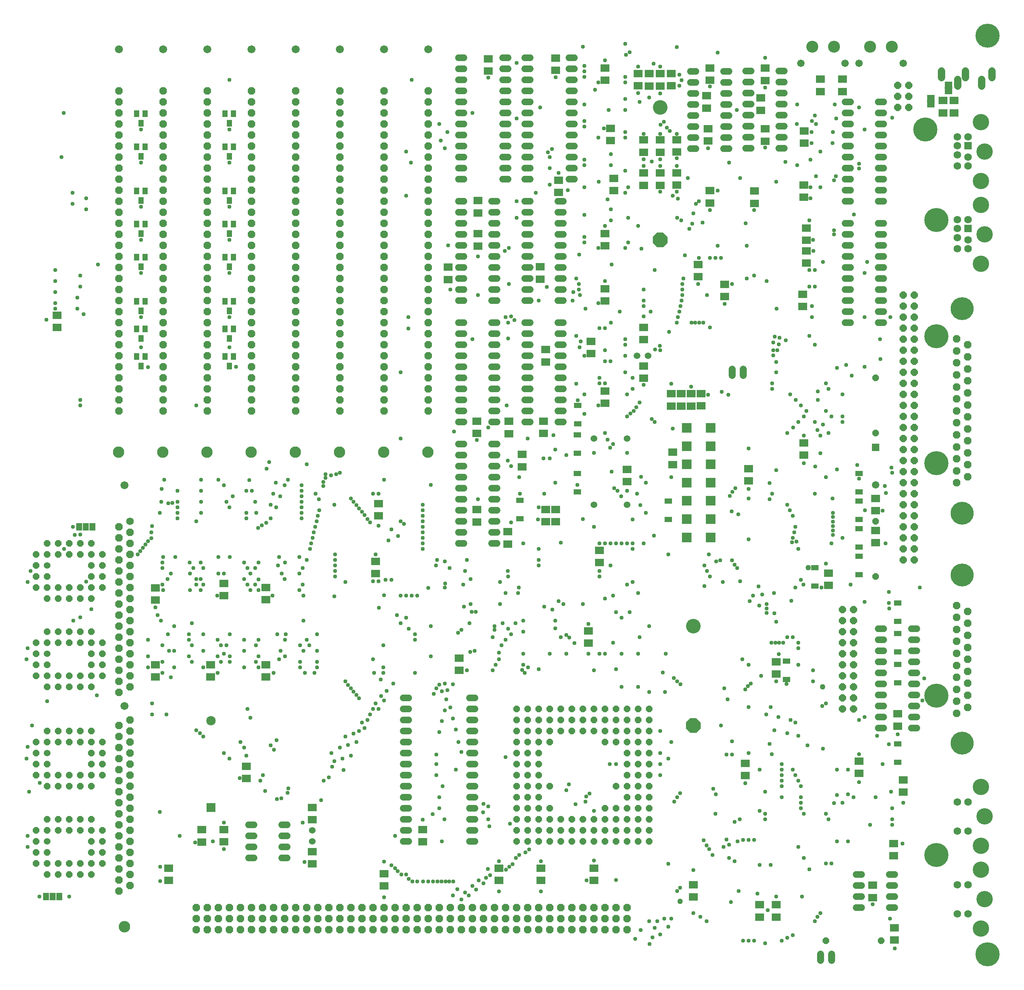
<source format=gbs>
G04 EAGLE Gerber RS-274X export*
G75*
%MOMM*%
%FSLAX34Y34*%
%LPD*%
%INSoldermask Bottom*%
%IPPOS*%
%AMOC8*
5,1,8,0,0,1.08239X$1,22.5*%
G01*
%ADD10C,1.703200*%
%ADD11P,1.869504X8X112.500000*%
%ADD12C,2.616200*%
%ADD13C,1.828800*%
%ADD14R,1.203200X1.603200*%
%ADD15R,2.006200X1.803200*%
%ADD16C,1.727200*%
%ADD17C,2.641600*%
%ADD18C,1.524000*%
%ADD19P,1.649562X8X202.500000*%
%ADD20C,1.524000*%
%ADD21R,2.003200X1.803200*%
%ADD22P,1.759533X8X292.500000*%
%ADD23P,1.759533X8X112.500000*%
%ADD24R,1.803200X1.203200*%
%ADD25C,2.153200*%
%ADD26R,2.153200X2.153200*%
%ADD27P,1.869504X8X292.500000*%
%ADD28C,5.283200*%
%ADD29P,1.649562X8X22.500000*%
%ADD30P,1.649562X8X292.500000*%
%ADD31R,1.711200X1.711200*%
%ADD32C,1.711200*%
%ADD33P,1.649562X8X112.500000*%
%ADD34R,2.303200X2.303200*%
%ADD35C,3.352800*%
%ADD36P,3.629037X8X292.500000*%
%ADD37C,2.743200*%
%ADD38C,1.625600*%
%ADD39C,5.537200*%
%ADD40R,1.803400X1.371600*%
%ADD41R,1.828800X0.152400*%
%ADD42C,1.711200*%
%ADD43R,1.371600X1.803400*%
%ADD44C,3.759200*%
%ADD45R,1.727200X1.727200*%
%ADD46C,0.959600*%
%ADD47C,1.259600*%


D10*
X1930400Y2108200D03*
X2032000Y2108200D03*
X1898650Y2108200D03*
X1797050Y2108200D03*
D11*
X939800Y2044700D03*
X939800Y2019300D03*
X939800Y1993900D03*
X939800Y1968500D03*
X939800Y1943100D03*
X939800Y1917700D03*
X939800Y1892300D03*
X939800Y1866900D03*
X939800Y1841500D03*
X939800Y1816100D03*
X939800Y1790700D03*
X939800Y1765300D03*
X939800Y1739900D03*
X939800Y1714500D03*
X939800Y1689100D03*
X939800Y1663700D03*
X939800Y1638300D03*
X939800Y1612900D03*
X939800Y1587500D03*
X939800Y1562100D03*
X939800Y1536700D03*
X939800Y1511300D03*
X939800Y1485900D03*
X939800Y1460500D03*
X939800Y1435100D03*
X939800Y1409700D03*
X939800Y1384300D03*
X939800Y1358900D03*
X939800Y1333500D03*
X939800Y1308100D03*
D12*
X939546Y1212850D03*
D13*
X939800Y2139950D03*
D11*
X838200Y2044700D03*
X838200Y2019300D03*
X838200Y1993900D03*
X838200Y1968500D03*
X838200Y1943100D03*
X838200Y1917700D03*
X838200Y1892300D03*
X838200Y1866900D03*
X838200Y1841500D03*
X838200Y1816100D03*
X838200Y1790700D03*
X838200Y1765300D03*
X838200Y1739900D03*
X838200Y1714500D03*
X838200Y1689100D03*
X838200Y1663700D03*
X838200Y1638300D03*
X838200Y1612900D03*
X838200Y1587500D03*
X838200Y1562100D03*
X838200Y1536700D03*
X838200Y1511300D03*
X838200Y1485900D03*
X838200Y1460500D03*
X838200Y1435100D03*
X838200Y1409700D03*
X838200Y1384300D03*
X838200Y1358900D03*
X838200Y1333500D03*
X838200Y1308100D03*
D12*
X837946Y1212850D03*
D13*
X838200Y2139950D03*
D11*
X736600Y2044700D03*
X736600Y2019300D03*
X736600Y1993900D03*
X736600Y1968500D03*
X736600Y1943100D03*
X736600Y1917700D03*
X736600Y1892300D03*
X736600Y1866900D03*
X736600Y1841500D03*
X736600Y1816100D03*
X736600Y1790700D03*
X736600Y1765300D03*
X736600Y1739900D03*
X736600Y1714500D03*
X736600Y1689100D03*
X736600Y1663700D03*
X736600Y1638300D03*
X736600Y1612900D03*
X736600Y1587500D03*
X736600Y1562100D03*
X736600Y1536700D03*
X736600Y1511300D03*
X736600Y1485900D03*
X736600Y1460500D03*
X736600Y1435100D03*
X736600Y1409700D03*
X736600Y1384300D03*
X736600Y1358900D03*
X736600Y1333500D03*
X736600Y1308100D03*
D12*
X736346Y1212850D03*
D13*
X736600Y2139950D03*
D11*
X635000Y2044700D03*
X635000Y2019300D03*
X635000Y1993900D03*
X635000Y1968500D03*
X635000Y1943100D03*
X635000Y1917700D03*
X635000Y1892300D03*
X635000Y1866900D03*
X635000Y1841500D03*
X635000Y1816100D03*
X635000Y1790700D03*
X635000Y1765300D03*
X635000Y1739900D03*
X635000Y1714500D03*
X635000Y1689100D03*
X635000Y1663700D03*
X635000Y1638300D03*
X635000Y1612900D03*
X635000Y1587500D03*
X635000Y1562100D03*
X635000Y1536700D03*
X635000Y1511300D03*
X635000Y1485900D03*
X635000Y1460500D03*
X635000Y1435100D03*
X635000Y1409700D03*
X635000Y1384300D03*
X635000Y1358900D03*
X635000Y1333500D03*
X635000Y1308100D03*
D12*
X634746Y1212850D03*
D13*
X635000Y2139950D03*
D11*
X533400Y2044700D03*
X533400Y2019300D03*
X533400Y1993900D03*
X533400Y1968500D03*
X533400Y1943100D03*
X533400Y1917700D03*
X533400Y1892300D03*
X533400Y1866900D03*
X533400Y1841500D03*
X533400Y1816100D03*
X533400Y1790700D03*
X533400Y1765300D03*
X533400Y1739900D03*
X533400Y1714500D03*
X533400Y1689100D03*
X533400Y1663700D03*
X533400Y1638300D03*
X533400Y1612900D03*
X533400Y1587500D03*
X533400Y1562100D03*
X533400Y1536700D03*
X533400Y1511300D03*
X533400Y1485900D03*
X533400Y1460500D03*
X533400Y1435100D03*
X533400Y1409700D03*
X533400Y1384300D03*
X533400Y1358900D03*
X533400Y1333500D03*
X533400Y1308100D03*
D12*
X533146Y1212850D03*
D13*
X533400Y2139950D03*
D11*
X431800Y2044700D03*
X431800Y2019300D03*
X431800Y1993900D03*
X431800Y1968500D03*
X431800Y1943100D03*
X431800Y1917700D03*
X431800Y1892300D03*
X431800Y1866900D03*
X431800Y1841500D03*
X431800Y1816100D03*
X431800Y1790700D03*
X431800Y1765300D03*
X431800Y1739900D03*
X431800Y1714500D03*
X431800Y1689100D03*
X431800Y1663700D03*
X431800Y1638300D03*
X431800Y1612900D03*
X431800Y1587500D03*
X431800Y1562100D03*
X431800Y1536700D03*
X431800Y1511300D03*
X431800Y1485900D03*
X431800Y1460500D03*
X431800Y1435100D03*
X431800Y1409700D03*
X431800Y1384300D03*
X431800Y1358900D03*
X431800Y1333500D03*
X431800Y1308100D03*
D12*
X431546Y1212850D03*
D13*
X431800Y2139950D03*
D11*
X330200Y2044700D03*
X330200Y2019300D03*
X330200Y1993900D03*
X330200Y1968500D03*
X330200Y1943100D03*
X330200Y1917700D03*
X330200Y1892300D03*
X330200Y1866900D03*
X330200Y1841500D03*
X330200Y1816100D03*
X330200Y1790700D03*
X330200Y1765300D03*
X330200Y1739900D03*
X330200Y1714500D03*
X330200Y1689100D03*
X330200Y1663700D03*
X330200Y1638300D03*
X330200Y1612900D03*
X330200Y1587500D03*
X330200Y1562100D03*
X330200Y1536700D03*
X330200Y1511300D03*
X330200Y1485900D03*
X330200Y1460500D03*
X330200Y1435100D03*
X330200Y1409700D03*
X330200Y1384300D03*
X330200Y1358900D03*
X330200Y1333500D03*
X330200Y1308100D03*
D12*
X329946Y1212850D03*
D13*
X330200Y2139950D03*
D11*
X228600Y2044700D03*
X228600Y2019300D03*
X228600Y1993900D03*
X228600Y1968500D03*
X228600Y1943100D03*
X228600Y1917700D03*
X228600Y1892300D03*
X228600Y1866900D03*
X228600Y1841500D03*
X228600Y1816100D03*
X228600Y1790700D03*
X228600Y1765300D03*
X228600Y1739900D03*
X228600Y1714500D03*
X228600Y1689100D03*
X228600Y1663700D03*
X228600Y1638300D03*
X228600Y1612900D03*
X228600Y1587500D03*
X228600Y1562100D03*
X228600Y1536700D03*
X228600Y1511300D03*
X228600Y1485900D03*
X228600Y1460500D03*
X228600Y1435100D03*
X228600Y1409700D03*
X228600Y1384300D03*
X228600Y1358900D03*
X228600Y1333500D03*
X228600Y1308100D03*
D12*
X228346Y1212850D03*
D13*
X228600Y2139950D03*
D14*
X269900Y1738200D03*
X288900Y1738200D03*
X279400Y1716200D03*
X473100Y1738200D03*
X492100Y1738200D03*
X482600Y1716200D03*
X269900Y1662000D03*
X288900Y1662000D03*
X279400Y1640000D03*
X473100Y1662000D03*
X492100Y1662000D03*
X482600Y1640000D03*
X269900Y1560400D03*
X288900Y1560400D03*
X279400Y1538400D03*
X473100Y1560400D03*
X492100Y1560400D03*
X482600Y1538400D03*
X269900Y1496900D03*
X288900Y1496900D03*
X279400Y1474900D03*
X473100Y1496900D03*
X492100Y1496900D03*
X482600Y1474900D03*
X269900Y1433400D03*
X288900Y1433400D03*
X279400Y1411400D03*
X473100Y1433400D03*
X492100Y1433400D03*
X482600Y1411400D03*
X269900Y1992200D03*
X288900Y1992200D03*
X279400Y1970200D03*
X473100Y1992200D03*
X492100Y1992200D03*
X482600Y1970200D03*
X269900Y1916000D03*
X288900Y1916000D03*
X279400Y1894000D03*
X473100Y1916000D03*
X492100Y1916000D03*
X482600Y1894000D03*
X269900Y1814400D03*
X288900Y1814400D03*
X279400Y1792400D03*
X473100Y1814400D03*
X492100Y1814400D03*
X482600Y1792400D03*
D11*
X406400Y114300D03*
X431800Y114300D03*
X457200Y114300D03*
X482600Y114300D03*
X508000Y114300D03*
X533400Y114300D03*
X558800Y114300D03*
X584200Y114300D03*
X609600Y114300D03*
X635000Y114300D03*
X660400Y114300D03*
X685800Y114300D03*
X711200Y114300D03*
X736600Y114300D03*
X762000Y114300D03*
X787400Y114300D03*
X406400Y139700D03*
X431800Y139700D03*
X457200Y139700D03*
X482600Y139700D03*
X508000Y139700D03*
X533400Y139700D03*
X558800Y139700D03*
X584200Y139700D03*
X609600Y139700D03*
X635000Y139700D03*
X660400Y139700D03*
X685800Y139700D03*
X711200Y139700D03*
X736600Y139700D03*
X762000Y139700D03*
X787400Y139700D03*
X406400Y165100D03*
X431800Y165100D03*
X457200Y165100D03*
X482600Y165100D03*
X508000Y165100D03*
X533400Y165100D03*
X558800Y165100D03*
X584200Y165100D03*
X609600Y165100D03*
X635000Y165100D03*
X660400Y165100D03*
X685800Y165100D03*
X711200Y165100D03*
X736600Y165100D03*
X762000Y165100D03*
X787400Y165100D03*
X812800Y114300D03*
X838200Y114300D03*
X863600Y114300D03*
X889000Y114300D03*
X914400Y114300D03*
X939800Y114300D03*
X965200Y114300D03*
X990600Y114300D03*
X1016000Y114300D03*
X1041400Y114300D03*
X1066800Y114300D03*
X1092200Y114300D03*
X1117600Y114300D03*
X1143000Y114300D03*
X1168400Y114300D03*
X1193800Y114300D03*
X812800Y139700D03*
X838200Y139700D03*
X863600Y139700D03*
X889000Y139700D03*
X914400Y139700D03*
X939800Y139700D03*
X965200Y139700D03*
X990600Y139700D03*
X1016000Y139700D03*
X1041400Y139700D03*
X1066800Y139700D03*
X1092200Y139700D03*
X1117600Y139700D03*
X1143000Y139700D03*
X1168400Y139700D03*
X1193800Y139700D03*
X812800Y165100D03*
X838200Y165100D03*
X863600Y165100D03*
X889000Y165100D03*
X914400Y165100D03*
X939800Y165100D03*
X965200Y165100D03*
X990600Y165100D03*
X1016000Y165100D03*
X1041400Y165100D03*
X1066800Y165100D03*
X1092200Y165100D03*
X1117600Y165100D03*
X1143000Y165100D03*
X1168400Y165100D03*
X1193800Y165100D03*
X1219200Y114300D03*
X1244600Y114300D03*
X1270000Y114300D03*
X1295400Y114300D03*
X1219200Y139700D03*
X1244600Y139700D03*
X1270000Y139700D03*
X1295400Y139700D03*
X1219200Y165100D03*
X1244600Y165100D03*
X1270000Y165100D03*
X1295400Y165100D03*
X1320800Y114300D03*
X1346200Y114300D03*
X1371600Y114300D03*
X1397000Y114300D03*
X1320800Y139700D03*
X1346200Y139700D03*
X1371600Y139700D03*
X1397000Y139700D03*
X1320800Y165100D03*
X1346200Y165100D03*
X1371600Y165100D03*
X1397000Y165100D03*
D15*
X1122680Y1001780D03*
X1122680Y1030220D03*
D16*
X254000Y1054100D03*
D11*
X228600Y1041400D03*
X254000Y1028700D03*
X228600Y1016000D03*
X254000Y1003300D03*
X228600Y990600D03*
X254000Y977900D03*
X228600Y965200D03*
X254000Y952500D03*
X228600Y939800D03*
X254000Y927100D03*
X228600Y914400D03*
X254000Y901700D03*
X228600Y889000D03*
X254000Y876300D03*
X228600Y863600D03*
X254000Y850900D03*
X228600Y838200D03*
X254000Y825500D03*
X228600Y812800D03*
X254000Y800100D03*
X228600Y787400D03*
X254000Y774700D03*
X228600Y762000D03*
X254000Y749300D03*
X228600Y736600D03*
X254000Y723900D03*
X228600Y711200D03*
X254000Y698500D03*
X228600Y685800D03*
X254000Y673100D03*
X228600Y660400D03*
X254000Y596900D03*
X228600Y584200D03*
X254000Y571500D03*
X228600Y558800D03*
X254000Y546100D03*
X228600Y533400D03*
X254000Y520700D03*
X228600Y508000D03*
X254000Y495300D03*
X228600Y482600D03*
X254000Y469900D03*
X228600Y457200D03*
X254000Y444500D03*
X228600Y431800D03*
X254000Y419100D03*
X228600Y406400D03*
X254000Y393700D03*
X228600Y381000D03*
X254000Y368300D03*
X228600Y355600D03*
X254000Y342900D03*
X228600Y330200D03*
X254000Y317500D03*
X228600Y304800D03*
X254000Y292100D03*
X228600Y279400D03*
X254000Y266700D03*
X228600Y254000D03*
X254000Y241300D03*
X228600Y228600D03*
X254000Y215900D03*
X228600Y203200D03*
D17*
X241300Y120650D03*
D13*
X241300Y1136650D03*
X241300Y628650D03*
D18*
X1085596Y1003300D02*
X1098804Y1003300D01*
X1098804Y1028700D02*
X1085596Y1028700D01*
X1085596Y1155700D02*
X1098804Y1155700D01*
X1098804Y1181100D02*
X1085596Y1181100D01*
X1085596Y1054100D02*
X1098804Y1054100D01*
X1098804Y1079500D02*
X1085596Y1079500D01*
X1085596Y1130300D02*
X1098804Y1130300D01*
X1098804Y1104900D02*
X1085596Y1104900D01*
X1085596Y1206500D02*
X1098804Y1206500D01*
X1098804Y1231900D02*
X1085596Y1231900D01*
X1022604Y1231900D02*
X1009396Y1231900D01*
X1009396Y1206500D02*
X1022604Y1206500D01*
X1022604Y1181100D02*
X1009396Y1181100D01*
X1009396Y1155700D02*
X1022604Y1155700D01*
X1022604Y1130300D02*
X1009396Y1130300D01*
X1009396Y1104900D02*
X1022604Y1104900D01*
X1022604Y1079500D02*
X1009396Y1079500D01*
X1009396Y1054100D02*
X1022604Y1054100D01*
X1022604Y1028700D02*
X1009396Y1028700D01*
X1009396Y1003300D02*
X1022604Y1003300D01*
D19*
X1447800Y317500D03*
X1422400Y317500D03*
X1397000Y317500D03*
X1371600Y317500D03*
X1346200Y317500D03*
X1320800Y317500D03*
X1295400Y317500D03*
X1270000Y317500D03*
X1244600Y317500D03*
X1219200Y317500D03*
X1193800Y317500D03*
X1168400Y317500D03*
X1143000Y317500D03*
X1143000Y342900D03*
X1447800Y596900D03*
X1447800Y571500D03*
X1447800Y546100D03*
X1447800Y520700D03*
X1447800Y495300D03*
X1447800Y469900D03*
X1447800Y444500D03*
X1447800Y419100D03*
X1447800Y393700D03*
X1447800Y342900D03*
X1422400Y342900D03*
X1397000Y342900D03*
X1371600Y342900D03*
X1346200Y342900D03*
X1320800Y342900D03*
X1295400Y342900D03*
X1270000Y342900D03*
X1244600Y342900D03*
X1219200Y342900D03*
X1193800Y342900D03*
X1168400Y342900D03*
X1143000Y393700D03*
X1143000Y419100D03*
X1143000Y444500D03*
X1143000Y469900D03*
X1143000Y495300D03*
X1143000Y520700D03*
X1143000Y546100D03*
X1143000Y571500D03*
X1143000Y596900D03*
X1422400Y596900D03*
X1422400Y571500D03*
X1422400Y546100D03*
X1422400Y520700D03*
X1422400Y495300D03*
X1422400Y469900D03*
X1422400Y444500D03*
X1422400Y419100D03*
X1422400Y393700D03*
X1422400Y622300D03*
X1143000Y622300D03*
X1168400Y622300D03*
X1193800Y622300D03*
X1219200Y622300D03*
X1244600Y622300D03*
X1270000Y622300D03*
X1295400Y622300D03*
X1320800Y622300D03*
X1346200Y622300D03*
X1371600Y622300D03*
X1397000Y622300D03*
X1143000Y368300D03*
X1447800Y368300D03*
X1168400Y368300D03*
X1193800Y368300D03*
X1219200Y368300D03*
X1244600Y368300D03*
X1270000Y368300D03*
X1295400Y368300D03*
X1320800Y368300D03*
X1346200Y368300D03*
X1371600Y368300D03*
X1397000Y368300D03*
X1422400Y368300D03*
X1447800Y622300D03*
X1397000Y596900D03*
X1397000Y571500D03*
X1397000Y546100D03*
X1397000Y520700D03*
X1397000Y495300D03*
X1397000Y469900D03*
X1397000Y444500D03*
X1397000Y419100D03*
X1397000Y393700D03*
X1168400Y596900D03*
X1168400Y571500D03*
X1168400Y546100D03*
X1168400Y520700D03*
X1168400Y495300D03*
X1168400Y469900D03*
X1168400Y444500D03*
X1168400Y419100D03*
X1168400Y393700D03*
X1371600Y596900D03*
X1346200Y596900D03*
X1320800Y596900D03*
X1295400Y596900D03*
X1270000Y596900D03*
X1244600Y596900D03*
X1219200Y596900D03*
X1193800Y596900D03*
X1193800Y571500D03*
X1219200Y571500D03*
X1244600Y571500D03*
X1270000Y571500D03*
X1295400Y571500D03*
X1320800Y571500D03*
X1346200Y571500D03*
X1371600Y571500D03*
X1193800Y469900D03*
X1193800Y546100D03*
X1193800Y520700D03*
X1193800Y495300D03*
X1193800Y444500D03*
X1193800Y419100D03*
X1193800Y393700D03*
X1219200Y393700D03*
X1219200Y546100D03*
X1371600Y546100D03*
X1371600Y393700D03*
X1346200Y393700D03*
X1219200Y444500D03*
X1346200Y546100D03*
X1371600Y444500D03*
D20*
X1397000Y1092200D03*
X1397000Y1244600D03*
X1320800Y1244600D03*
X1320800Y1092200D03*
X673100Y342900D03*
X673100Y317500D03*
D21*
X673100Y367000D03*
X673100Y395000D03*
X673100Y265400D03*
X673100Y293400D03*
D18*
X616204Y279400D02*
X602996Y279400D01*
X602996Y304800D02*
X616204Y304800D01*
X616204Y330200D02*
X602996Y330200D01*
X602996Y355600D02*
X616204Y355600D01*
X540004Y355600D02*
X526796Y355600D01*
X526796Y330200D02*
X540004Y330200D01*
X540004Y304800D02*
X526796Y304800D01*
X526796Y279400D02*
X540004Y279400D01*
X1237996Y1282700D02*
X1251204Y1282700D01*
X1251204Y1308100D02*
X1237996Y1308100D01*
X1237996Y1435100D02*
X1251204Y1435100D01*
X1251204Y1460500D02*
X1237996Y1460500D01*
X1237996Y1333500D02*
X1251204Y1333500D01*
X1251204Y1358900D02*
X1237996Y1358900D01*
X1237996Y1409700D02*
X1251204Y1409700D01*
X1251204Y1384300D02*
X1237996Y1384300D01*
X1237996Y1485900D02*
X1251204Y1485900D01*
X1251204Y1511300D02*
X1237996Y1511300D01*
X1175004Y1511300D02*
X1161796Y1511300D01*
X1161796Y1485900D02*
X1175004Y1485900D01*
X1175004Y1460500D02*
X1161796Y1460500D01*
X1161796Y1435100D02*
X1175004Y1435100D01*
X1175004Y1409700D02*
X1161796Y1409700D01*
X1161796Y1384300D02*
X1175004Y1384300D01*
X1175004Y1358900D02*
X1161796Y1358900D01*
X1161796Y1333500D02*
X1175004Y1333500D01*
X1175004Y1308100D02*
X1161796Y1308100D01*
X1161796Y1282700D02*
X1175004Y1282700D01*
X1098804Y1282700D02*
X1085596Y1282700D01*
X1085596Y1308100D02*
X1098804Y1308100D01*
X1098804Y1435100D02*
X1085596Y1435100D01*
X1085596Y1460500D02*
X1098804Y1460500D01*
X1098804Y1333500D02*
X1085596Y1333500D01*
X1085596Y1358900D02*
X1098804Y1358900D01*
X1098804Y1409700D02*
X1085596Y1409700D01*
X1085596Y1384300D02*
X1098804Y1384300D01*
X1098804Y1485900D02*
X1085596Y1485900D01*
X1085596Y1511300D02*
X1098804Y1511300D01*
X1022604Y1511300D02*
X1009396Y1511300D01*
X1009396Y1485900D02*
X1022604Y1485900D01*
X1022604Y1460500D02*
X1009396Y1460500D01*
X1009396Y1435100D02*
X1022604Y1435100D01*
X1022604Y1409700D02*
X1009396Y1409700D01*
X1009396Y1384300D02*
X1022604Y1384300D01*
X1022604Y1358900D02*
X1009396Y1358900D01*
X1009396Y1333500D02*
X1022604Y1333500D01*
X1022604Y1308100D02*
X1009396Y1308100D01*
X1009396Y1282700D02*
X1022604Y1282700D01*
X1237996Y1562100D02*
X1251204Y1562100D01*
X1251204Y1587500D02*
X1237996Y1587500D01*
X1237996Y1714500D02*
X1251204Y1714500D01*
X1251204Y1739900D02*
X1237996Y1739900D01*
X1237996Y1612900D02*
X1251204Y1612900D01*
X1251204Y1638300D02*
X1237996Y1638300D01*
X1237996Y1689100D02*
X1251204Y1689100D01*
X1251204Y1663700D02*
X1237996Y1663700D01*
X1237996Y1765300D02*
X1251204Y1765300D01*
X1251204Y1790700D02*
X1237996Y1790700D01*
X1175004Y1790700D02*
X1161796Y1790700D01*
X1161796Y1765300D02*
X1175004Y1765300D01*
X1175004Y1739900D02*
X1161796Y1739900D01*
X1161796Y1714500D02*
X1175004Y1714500D01*
X1175004Y1689100D02*
X1161796Y1689100D01*
X1161796Y1663700D02*
X1175004Y1663700D01*
X1175004Y1638300D02*
X1161796Y1638300D01*
X1161796Y1612900D02*
X1175004Y1612900D01*
X1175004Y1587500D02*
X1161796Y1587500D01*
X1161796Y1562100D02*
X1175004Y1562100D01*
X1098804Y1562100D02*
X1085596Y1562100D01*
X1085596Y1587500D02*
X1098804Y1587500D01*
X1098804Y1714500D02*
X1085596Y1714500D01*
X1085596Y1739900D02*
X1098804Y1739900D01*
X1098804Y1612900D02*
X1085596Y1612900D01*
X1085596Y1638300D02*
X1098804Y1638300D01*
X1098804Y1689100D02*
X1085596Y1689100D01*
X1085596Y1663700D02*
X1098804Y1663700D01*
X1098804Y1765300D02*
X1085596Y1765300D01*
X1085596Y1790700D02*
X1098804Y1790700D01*
X1022604Y1790700D02*
X1009396Y1790700D01*
X1009396Y1765300D02*
X1022604Y1765300D01*
X1022604Y1739900D02*
X1009396Y1739900D01*
X1009396Y1714500D02*
X1022604Y1714500D01*
X1022604Y1689100D02*
X1009396Y1689100D01*
X1009396Y1663700D02*
X1022604Y1663700D01*
X1022604Y1638300D02*
X1009396Y1638300D01*
X1009396Y1612900D02*
X1022604Y1612900D01*
X1022604Y1587500D02*
X1009396Y1587500D01*
X1009396Y1562100D02*
X1022604Y1562100D01*
X1034796Y317500D02*
X1048004Y317500D01*
X1048004Y342900D02*
X1034796Y342900D01*
X1034796Y368300D02*
X1048004Y368300D01*
X1048004Y393700D02*
X1034796Y393700D01*
X1034796Y419100D02*
X1048004Y419100D01*
X1048004Y444500D02*
X1034796Y444500D01*
X1034796Y469900D02*
X1048004Y469900D01*
X1048004Y495300D02*
X1034796Y495300D01*
X1034796Y520700D02*
X1048004Y520700D01*
X1048004Y546100D02*
X1034796Y546100D01*
X1034796Y571500D02*
X1048004Y571500D01*
X1048004Y596900D02*
X1034796Y596900D01*
X1034796Y622300D02*
X1048004Y622300D01*
X1048004Y647700D02*
X1034796Y647700D01*
X895604Y647700D02*
X882396Y647700D01*
X882396Y622300D02*
X895604Y622300D01*
X895604Y596900D02*
X882396Y596900D01*
X882396Y571500D02*
X895604Y571500D01*
X895604Y546100D02*
X882396Y546100D01*
X882396Y520700D02*
X895604Y520700D01*
X895604Y495300D02*
X882396Y495300D01*
X882396Y469900D02*
X895604Y469900D01*
X895604Y444500D02*
X882396Y444500D01*
X882396Y419100D02*
X895604Y419100D01*
X895604Y393700D02*
X882396Y393700D01*
X882396Y368300D02*
X895604Y368300D01*
X895604Y342900D02*
X882396Y342900D01*
X882396Y317500D02*
X895604Y317500D01*
X2050796Y603250D02*
X2064004Y603250D01*
X2064004Y628650D02*
X2050796Y628650D01*
X2050796Y755650D02*
X2064004Y755650D01*
X2064004Y781050D02*
X2050796Y781050D01*
X2050796Y654050D02*
X2064004Y654050D01*
X2064004Y679450D02*
X2050796Y679450D01*
X2050796Y730250D02*
X2064004Y730250D01*
X2064004Y704850D02*
X2050796Y704850D01*
X1987804Y781050D02*
X1974596Y781050D01*
X1974596Y755650D02*
X1987804Y755650D01*
X1987804Y730250D02*
X1974596Y730250D01*
X1974596Y704850D02*
X1987804Y704850D01*
X1987804Y679450D02*
X1974596Y679450D01*
X1974596Y654050D02*
X1987804Y654050D01*
X1987804Y628650D02*
X1974596Y628650D01*
X1974596Y603250D02*
X1987804Y603250D01*
X1759204Y1912620D02*
X1745996Y1912620D01*
X1745996Y1938020D02*
X1759204Y1938020D01*
X1759204Y2065020D02*
X1745996Y2065020D01*
X1745996Y2090420D02*
X1759204Y2090420D01*
X1759204Y1963420D02*
X1745996Y1963420D01*
X1745996Y1988820D02*
X1759204Y1988820D01*
X1759204Y2039620D02*
X1745996Y2039620D01*
X1745996Y2014220D02*
X1759204Y2014220D01*
X1683004Y2090420D02*
X1669796Y2090420D01*
X1669796Y2065020D02*
X1683004Y2065020D01*
X1683004Y2039620D02*
X1669796Y2039620D01*
X1669796Y2014220D02*
X1683004Y2014220D01*
X1683004Y1988820D02*
X1669796Y1988820D01*
X1669796Y1963420D02*
X1683004Y1963420D01*
X1683004Y1938020D02*
X1669796Y1938020D01*
X1669796Y1912620D02*
X1683004Y1912620D01*
X1632204Y1911350D02*
X1618996Y1911350D01*
X1618996Y1936750D02*
X1632204Y1936750D01*
X1632204Y2063750D02*
X1618996Y2063750D01*
X1618996Y2089150D02*
X1632204Y2089150D01*
X1632204Y1962150D02*
X1618996Y1962150D01*
X1618996Y1987550D02*
X1632204Y1987550D01*
X1632204Y2038350D02*
X1618996Y2038350D01*
X1618996Y2012950D02*
X1632204Y2012950D01*
X1556004Y2089150D02*
X1542796Y2089150D01*
X1542796Y2063750D02*
X1556004Y2063750D01*
X1556004Y2038350D02*
X1542796Y2038350D01*
X1542796Y2012950D02*
X1556004Y2012950D01*
X1556004Y1987550D02*
X1542796Y1987550D01*
X1542796Y1962150D02*
X1556004Y1962150D01*
X1556004Y1936750D02*
X1542796Y1936750D01*
X1542796Y1911350D02*
X1556004Y1911350D01*
X1974596Y1816100D02*
X1987804Y1816100D01*
X1987804Y1841500D02*
X1974596Y1841500D01*
X1974596Y1968500D02*
X1987804Y1968500D01*
X1987804Y1993900D02*
X1974596Y1993900D01*
X1974596Y1866900D02*
X1987804Y1866900D01*
X1987804Y1892300D02*
X1974596Y1892300D01*
X1974596Y1943100D02*
X1987804Y1943100D01*
X1987804Y1917700D02*
X1974596Y1917700D01*
X1911604Y1993900D02*
X1898396Y1993900D01*
X1898396Y1968500D02*
X1911604Y1968500D01*
X1911604Y1943100D02*
X1898396Y1943100D01*
X1898396Y1917700D02*
X1911604Y1917700D01*
X1911604Y1892300D02*
X1898396Y1892300D01*
X1898396Y1866900D02*
X1911604Y1866900D01*
X1911604Y1841500D02*
X1898396Y1841500D01*
X1898396Y1816100D02*
X1911604Y1816100D01*
X1974596Y1536700D02*
X1987804Y1536700D01*
X1987804Y1562100D02*
X1974596Y1562100D01*
X1974596Y1689100D02*
X1987804Y1689100D01*
X1987804Y1714500D02*
X1974596Y1714500D01*
X1974596Y1587500D02*
X1987804Y1587500D01*
X1987804Y1612900D02*
X1974596Y1612900D01*
X1974596Y1663700D02*
X1987804Y1663700D01*
X1987804Y1638300D02*
X1974596Y1638300D01*
X1911604Y1714500D02*
X1898396Y1714500D01*
X1898396Y1689100D02*
X1911604Y1689100D01*
X1911604Y1663700D02*
X1898396Y1663700D01*
X1898396Y1638300D02*
X1911604Y1638300D01*
X1911604Y1612900D02*
X1898396Y1612900D01*
X1898396Y1587500D02*
X1911604Y1587500D01*
X1911604Y1562100D02*
X1898396Y1562100D01*
X1898396Y1536700D02*
X1911604Y1536700D01*
D22*
X1892300Y850900D03*
X1917700Y850900D03*
X1892300Y825500D03*
X1917700Y825500D03*
X1892300Y800100D03*
X1917700Y800100D03*
X1892300Y774700D03*
X1917700Y774700D03*
X1892300Y749300D03*
X1917700Y749300D03*
X1892300Y723900D03*
X1917700Y723900D03*
X1892300Y698500D03*
X1917700Y698500D03*
X1892300Y673100D03*
X1917700Y673100D03*
X1892300Y647700D03*
X1917700Y647700D03*
X1892300Y622300D03*
X1917700Y622300D03*
D23*
X2057400Y965200D03*
X2032000Y965200D03*
X2057400Y990600D03*
X2032000Y990600D03*
X2057400Y1016000D03*
X2032000Y1016000D03*
X2057400Y1041400D03*
X2032000Y1041400D03*
X2057400Y1066800D03*
X2032000Y1066800D03*
X2057400Y1092200D03*
X2032000Y1092200D03*
X2057400Y1117600D03*
X2032000Y1117600D03*
X2057400Y1143000D03*
X2032000Y1143000D03*
X2057400Y1168400D03*
X2032000Y1168400D03*
X2057400Y1193800D03*
X2032000Y1193800D03*
X2057400Y1219200D03*
X2032000Y1219200D03*
X2057400Y1244600D03*
X2032000Y1244600D03*
X2057400Y1270000D03*
X2032000Y1270000D03*
X2057400Y1295400D03*
X2032000Y1295400D03*
X2032000Y1320800D03*
X2057400Y1320800D03*
X2057400Y1346200D03*
X2032000Y1346200D03*
X2032000Y1371600D03*
X2057400Y1371600D03*
X2057400Y1397000D03*
X2032000Y1397000D03*
X2032000Y1422400D03*
X2057400Y1422400D03*
X2057400Y1447800D03*
X2032000Y1447800D03*
X2057400Y1473200D03*
X2032000Y1473200D03*
X2057400Y1498600D03*
X2032000Y1498600D03*
X2057400Y1524000D03*
X2032000Y1524000D03*
X2057400Y1549400D03*
X2032000Y1549400D03*
X2057400Y1574800D03*
X2032000Y1574800D03*
D15*
X1051560Y1052580D03*
X1051560Y1081020D03*
D24*
X1150620Y1101770D03*
X1150620Y1059770D03*
X1282700Y1122000D03*
X1282700Y1164000D03*
X1282700Y1210900D03*
X1282700Y1252900D03*
X1283970Y1278210D03*
X1283970Y1320210D03*
D21*
X1397000Y1145510D03*
X1397000Y1173510D03*
D15*
X1155700Y1208020D03*
X1155700Y1179580D03*
X1125220Y1284220D03*
X1125220Y1255780D03*
X1962150Y187710D03*
X1962150Y216150D03*
X1739900Y171700D03*
X1739900Y143260D03*
X1701800Y171700D03*
X1701800Y143260D03*
D18*
X1923796Y241300D02*
X1937004Y241300D01*
X1937004Y215900D02*
X1923796Y215900D01*
X1999996Y215900D02*
X2013204Y215900D01*
X2013204Y241300D02*
X1999996Y241300D01*
X1937004Y190500D02*
X1923796Y190500D01*
X1923796Y165100D02*
X1937004Y165100D01*
X1999996Y190500D02*
X2013204Y190500D01*
X2013204Y165100D02*
X1999996Y165100D01*
D21*
X2010410Y312450D03*
X2010410Y284450D03*
X2011680Y90140D03*
X2011680Y118140D03*
X469900Y316200D03*
X469900Y344200D03*
D25*
X440690Y594970D03*
D26*
X440690Y394970D03*
D15*
X419100Y344420D03*
X419100Y315980D03*
D18*
X1110996Y1841500D02*
X1124204Y1841500D01*
X1124204Y1866900D02*
X1110996Y1866900D01*
X1110996Y1892300D02*
X1124204Y1892300D01*
X1124204Y1917700D02*
X1110996Y1917700D01*
X1110996Y1943100D02*
X1124204Y1943100D01*
X1124204Y1968500D02*
X1110996Y1968500D01*
X1110996Y1993900D02*
X1124204Y1993900D01*
X1124204Y2019300D02*
X1110996Y2019300D01*
X1110996Y2044700D02*
X1124204Y2044700D01*
X1124204Y2070100D02*
X1110996Y2070100D01*
X1110996Y2095500D02*
X1124204Y2095500D01*
X1124204Y2120900D02*
X1110996Y2120900D01*
X1022604Y2120900D02*
X1009396Y2120900D01*
X1009396Y2095500D02*
X1022604Y2095500D01*
X1022604Y2070100D02*
X1009396Y2070100D01*
X1009396Y2044700D02*
X1022604Y2044700D01*
X1022604Y2019300D02*
X1009396Y2019300D01*
X1009396Y1993900D02*
X1022604Y1993900D01*
X1022604Y1968500D02*
X1009396Y1968500D01*
X1009396Y1943100D02*
X1022604Y1943100D01*
X1022604Y1917700D02*
X1009396Y1917700D01*
X1009396Y1892300D02*
X1022604Y1892300D01*
X1022604Y1866900D02*
X1009396Y1866900D01*
X1009396Y1841500D02*
X1022604Y1841500D01*
X1263396Y1841500D02*
X1276604Y1841500D01*
X1276604Y1866900D02*
X1263396Y1866900D01*
X1263396Y1892300D02*
X1276604Y1892300D01*
X1276604Y1917700D02*
X1263396Y1917700D01*
X1263396Y1943100D02*
X1276604Y1943100D01*
X1276604Y1968500D02*
X1263396Y1968500D01*
X1263396Y1993900D02*
X1276604Y1993900D01*
X1276604Y2019300D02*
X1263396Y2019300D01*
X1263396Y2044700D02*
X1276604Y2044700D01*
X1276604Y2070100D02*
X1263396Y2070100D01*
X1263396Y2095500D02*
X1276604Y2095500D01*
X1276604Y2120900D02*
X1263396Y2120900D01*
X1175004Y2120900D02*
X1161796Y2120900D01*
X1161796Y2095500D02*
X1175004Y2095500D01*
X1175004Y2070100D02*
X1161796Y2070100D01*
X1161796Y2044700D02*
X1175004Y2044700D01*
X1175004Y2019300D02*
X1161796Y2019300D01*
X1161796Y1993900D02*
X1175004Y1993900D01*
X1175004Y1968500D02*
X1161796Y1968500D01*
X1161796Y1943100D02*
X1175004Y1943100D01*
X1175004Y1917700D02*
X1161796Y1917700D01*
X1161796Y1892300D02*
X1175004Y1892300D01*
X1175004Y1866900D02*
X1161796Y1866900D01*
X1161796Y1841500D02*
X1175004Y1841500D01*
D15*
X1210310Y1449320D03*
X1210310Y1420880D03*
X1197610Y1639820D03*
X1197610Y1611380D03*
X985520Y1638550D03*
X985520Y1610110D03*
X1054100Y1716020D03*
X1054100Y1687580D03*
X1054100Y1792220D03*
X1054100Y1763780D03*
D24*
X1764030Y732200D03*
X1764030Y690200D03*
D27*
X2155190Y1473708D03*
X2155190Y1446022D03*
X2155190Y1418590D03*
X2155190Y1390904D03*
X2155190Y1363218D03*
X2155190Y1335786D03*
X2155190Y1308100D03*
X2155190Y1280414D03*
X2155190Y1252982D03*
X2155190Y1225296D03*
X2155190Y1197610D03*
X2155190Y1170178D03*
X2155190Y1142492D03*
X2180590Y1459992D03*
X2180590Y1432306D03*
X2180590Y1404620D03*
X2180590Y1377188D03*
X2180590Y1349502D03*
X2180590Y1321816D03*
X2180590Y1294384D03*
X2180590Y1266698D03*
X2180590Y1239012D03*
X2180590Y1211580D03*
X2180590Y1183894D03*
X2180590Y1156208D03*
D28*
X2167890Y1543304D03*
X2167890Y1072896D03*
D27*
X2155190Y860298D03*
X2155190Y832612D03*
X2155190Y805180D03*
X2155190Y777494D03*
X2155190Y749808D03*
X2155190Y722376D03*
X2155190Y694690D03*
X2155190Y667004D03*
X2155190Y639572D03*
X2155190Y611886D03*
X2180590Y846582D03*
X2180590Y819150D03*
X2180590Y791210D03*
X2180590Y763778D03*
X2180590Y736092D03*
X2180590Y708660D03*
X2180590Y680974D03*
X2180590Y653288D03*
X2180590Y625602D03*
D28*
X2167890Y929894D03*
X2167890Y543052D03*
D29*
X1854200Y88900D03*
X1981200Y88900D03*
D24*
X2019300Y499700D03*
X2019300Y541700D03*
D21*
X2032000Y458500D03*
X2032000Y430500D03*
D15*
X2019300Y611120D03*
X2019300Y582680D03*
D24*
X1930400Y973500D03*
X1930400Y931500D03*
D30*
X1968500Y1054100D03*
X1968500Y927100D03*
D21*
X1968500Y1004540D03*
X1968500Y1032540D03*
D24*
X1828800Y946830D03*
X1828800Y904830D03*
D21*
X1860550Y934750D03*
X1860550Y906750D03*
D24*
X1930400Y995000D03*
X1930400Y1037000D03*
X1930400Y1058500D03*
X1930400Y1100500D03*
X1930400Y1122000D03*
X1930400Y1164000D03*
D21*
X1968500Y1078200D03*
X1968500Y1106200D03*
D31*
X1968500Y1224350D03*
D32*
X1968500Y1137850D03*
D33*
X1968500Y1257300D03*
X1968500Y1384300D03*
D34*
X1589600Y1269000D03*
X1589600Y1227000D03*
X1589600Y1185000D03*
X1589600Y1143000D03*
X1589600Y1101000D03*
X1589600Y1059000D03*
X1589600Y1017000D03*
X1534600Y1101000D03*
X1534600Y1059000D03*
X1534600Y1017000D03*
X1534600Y1227000D03*
X1534600Y1185000D03*
X1534600Y1143000D03*
X1534600Y1269000D03*
D21*
X1809750Y1728500D03*
X1809750Y1700500D03*
X1800860Y1576100D03*
X1800860Y1548100D03*
D20*
X1419860Y1435100D03*
X1445260Y1435100D03*
D21*
X1435100Y1411000D03*
X1435100Y1383000D03*
X1435100Y1471900D03*
X1435100Y1499900D03*
D24*
X1492250Y1100500D03*
X1492250Y1058500D03*
D15*
X1473200Y1903480D03*
X1473200Y1931920D03*
X1435100Y1903480D03*
X1435100Y1931920D03*
D35*
X1473200Y2006600D03*
D36*
X1473200Y1701800D03*
D21*
X1511300Y1931700D03*
X1511300Y1903700D03*
D15*
X1704340Y2028440D03*
X1704340Y2000000D03*
X1579880Y2033520D03*
X1579880Y2005080D03*
X1714500Y1928880D03*
X1714500Y1957320D03*
X1714500Y2097020D03*
X1714500Y2068580D03*
D21*
X1587500Y2096800D03*
X1587500Y2068800D03*
D37*
X1872730Y2146300D03*
X1822970Y2146300D03*
D15*
X1690370Y1785370D03*
X1690370Y1813810D03*
D22*
X2019300Y2057400D03*
X2044700Y2057400D03*
X2019300Y2032000D03*
X2044700Y2032000D03*
X2019300Y2006600D03*
X2044700Y2006600D03*
D15*
X1587500Y1786640D03*
X1587500Y1815080D03*
X1892300Y2043180D03*
X1892300Y2071620D03*
X1841500Y2043180D03*
X1841500Y2071620D03*
X2123440Y1993650D03*
X2123440Y2022090D03*
X2148840Y1993650D03*
X2148840Y2022090D03*
D21*
X1583690Y1957100D03*
X1583690Y1929100D03*
X1422400Y2084100D03*
X1422400Y2056100D03*
D15*
X1435100Y1827280D03*
X1435100Y1855720D03*
D21*
X1498600Y2084100D03*
X1498600Y2056100D03*
X1511300Y1855500D03*
X1511300Y1827500D03*
D15*
X1473200Y1827280D03*
X1473200Y1855720D03*
X1447800Y2084320D03*
X1447800Y2055880D03*
D38*
X1638300Y1404112D02*
X1638300Y1389888D01*
X1663700Y1389888D02*
X1663700Y1404112D01*
D15*
X1473200Y2055880D03*
X1473200Y2084320D03*
X1502410Y1213100D03*
X1502410Y1184660D03*
X1498600Y1347720D03*
X1498600Y1319280D03*
X1544320Y1319280D03*
X1544320Y1347720D03*
X1521460Y1347720D03*
X1521460Y1319280D03*
D21*
X1567180Y1319500D03*
X1567180Y1347500D03*
X1676400Y1146780D03*
X1676400Y1174780D03*
D35*
X1549400Y812800D03*
D36*
X1549400Y584200D03*
D24*
X2019300Y724580D03*
X2019300Y682580D03*
X2019300Y795700D03*
X2019300Y753700D03*
X2019300Y865550D03*
X2019300Y823550D03*
D21*
X1346200Y2096800D03*
X1346200Y2068800D03*
X1358900Y1958370D03*
X1358900Y1930370D03*
X1233170Y2091660D03*
X1233170Y2119660D03*
X1078230Y2090390D03*
X1078230Y2118390D03*
X1804670Y1952020D03*
X1804670Y1924020D03*
X1803400Y1827560D03*
X1803400Y1799560D03*
X1366520Y1842800D03*
X1366520Y1814800D03*
X1239520Y1810990D03*
X1239520Y1838990D03*
X1809750Y1676430D03*
X1809750Y1648430D03*
X1621790Y1570960D03*
X1621790Y1598960D03*
X1560830Y1616680D03*
X1560830Y1644680D03*
X1346200Y1715800D03*
X1346200Y1687800D03*
X1346200Y1588800D03*
X1346200Y1560800D03*
X1314450Y1468150D03*
X1314450Y1440150D03*
X86360Y1527840D03*
X86360Y1499840D03*
X1803400Y1206470D03*
X1803400Y1234470D03*
X1346200Y1353850D03*
X1346200Y1325850D03*
X1205230Y1256000D03*
X1205230Y1284000D03*
X1051560Y1256000D03*
X1051560Y1284000D03*
X521970Y462250D03*
X521970Y490250D03*
X1333500Y958820D03*
X1333500Y986820D03*
X1308100Y801400D03*
X1308100Y773400D03*
X1233170Y1052800D03*
X1233170Y1080800D03*
X1210310Y1052800D03*
X1210310Y1080800D03*
X819150Y961420D03*
X819150Y933420D03*
X825500Y1066770D03*
X825500Y1094770D03*
X566420Y901730D03*
X566420Y873730D03*
X469900Y910620D03*
X469900Y882620D03*
X312420Y900460D03*
X312420Y872460D03*
X1739900Y702280D03*
X1739900Y730280D03*
X1010920Y739170D03*
X1010920Y711170D03*
X566420Y723930D03*
X566420Y695930D03*
X439420Y723930D03*
X439420Y695930D03*
X312420Y723930D03*
X312420Y695930D03*
X1930400Y473680D03*
X1930400Y501680D03*
X1668780Y468600D03*
X1668780Y496600D03*
X1320800Y255300D03*
X1320800Y227300D03*
X1198880Y255300D03*
X1198880Y227300D03*
X1549400Y189200D03*
X1549400Y217200D03*
X1102360Y255300D03*
X1102360Y227300D03*
X927100Y344200D03*
X927100Y316200D03*
X838200Y242600D03*
X838200Y214600D03*
X342900Y255300D03*
X342900Y227300D03*
D37*
X1956320Y2146300D03*
X2006080Y2146300D03*
D18*
X1987804Y2019300D02*
X1974596Y2019300D01*
X1911604Y2019300D02*
X1898396Y2019300D01*
X1974596Y1790700D02*
X1987804Y1790700D01*
X1911604Y1790700D02*
X1898396Y1790700D01*
X1974596Y1739900D02*
X1987804Y1739900D01*
X1911604Y1739900D02*
X1898396Y1739900D01*
X1974596Y1511300D02*
X1987804Y1511300D01*
X1911604Y1511300D02*
X1898396Y1511300D01*
X1974596Y806450D02*
X1987804Y806450D01*
X2050796Y806450D02*
X2064004Y806450D01*
X2064004Y577850D02*
X2050796Y577850D01*
X1987804Y577850D02*
X1974596Y577850D01*
D39*
X2226310Y57150D03*
X2226310Y2171700D03*
X2108200Y652780D03*
X2108200Y1187450D03*
X2108200Y1479550D03*
X2108200Y1747520D03*
X2082800Y1955800D03*
X2108200Y285750D03*
D40*
X2136140Y2043430D03*
X2136140Y2058670D03*
D41*
X2136140Y2051050D03*
D40*
X2095500Y2028190D03*
X2095500Y2012950D03*
D41*
X2095500Y2020570D03*
D42*
X2236470Y2075260D02*
X2236470Y2090340D01*
X2212470Y2070340D02*
X2212470Y2055260D01*
X2175470Y2075260D02*
X2175470Y2090340D01*
X2157470Y2070340D02*
X2157470Y2055260D01*
X2120470Y2075260D02*
X2120470Y2090340D01*
D38*
X1866900Y57912D02*
X1866900Y43688D01*
X1841500Y43688D02*
X1841500Y57912D01*
D20*
X63500Y317500D03*
D33*
X38100Y292100D03*
X63500Y292100D03*
X38100Y266700D03*
X63500Y241300D03*
X63500Y266700D03*
X88900Y241300D03*
X88900Y266700D03*
X114300Y241300D03*
X114300Y266700D03*
X139700Y241300D03*
X139700Y266700D03*
X165100Y241300D03*
X190500Y266700D03*
X165100Y266700D03*
X190500Y292100D03*
X165100Y292100D03*
X190500Y317500D03*
X165100Y317500D03*
X190500Y342900D03*
X165100Y368300D03*
X165100Y342900D03*
X139700Y368300D03*
X139700Y342900D03*
X114300Y368300D03*
X114300Y342900D03*
X88900Y368300D03*
X88900Y342900D03*
X63500Y368300D03*
X38100Y342900D03*
X63500Y342900D03*
X38100Y317500D03*
D20*
X63500Y749300D03*
D33*
X38100Y723900D03*
X63500Y723900D03*
X38100Y698500D03*
X63500Y673100D03*
X63500Y698500D03*
X88900Y673100D03*
X88900Y698500D03*
X114300Y673100D03*
X114300Y698500D03*
X139700Y673100D03*
X139700Y698500D03*
X165100Y673100D03*
X190500Y698500D03*
X165100Y698500D03*
X190500Y723900D03*
X165100Y723900D03*
X190500Y749300D03*
X165100Y749300D03*
X190500Y774700D03*
X165100Y800100D03*
X165100Y774700D03*
X139700Y800100D03*
X139700Y774700D03*
X114300Y800100D03*
X114300Y774700D03*
X88900Y800100D03*
X88900Y774700D03*
X63500Y800100D03*
X38100Y774700D03*
X63500Y774700D03*
X38100Y749300D03*
D20*
X63500Y520700D03*
D33*
X38100Y495300D03*
X63500Y495300D03*
X38100Y469900D03*
X63500Y444500D03*
X63500Y469900D03*
X88900Y444500D03*
X88900Y469900D03*
X114300Y444500D03*
X114300Y469900D03*
X139700Y444500D03*
X139700Y469900D03*
X165100Y444500D03*
X190500Y469900D03*
X165100Y469900D03*
X190500Y495300D03*
X165100Y495300D03*
X190500Y520700D03*
X165100Y520700D03*
X190500Y546100D03*
X165100Y571500D03*
X165100Y546100D03*
X139700Y571500D03*
X139700Y546100D03*
X114300Y571500D03*
X114300Y546100D03*
X88900Y571500D03*
X88900Y546100D03*
X63500Y571500D03*
X38100Y546100D03*
X63500Y546100D03*
X38100Y520700D03*
D20*
X63500Y952500D03*
D33*
X38100Y927100D03*
X63500Y927100D03*
X38100Y901700D03*
X63500Y876300D03*
X63500Y901700D03*
X88900Y876300D03*
X88900Y901700D03*
X114300Y876300D03*
X114300Y901700D03*
X139700Y876300D03*
X139700Y901700D03*
X165100Y876300D03*
X190500Y901700D03*
X165100Y901700D03*
X190500Y927100D03*
X165100Y927100D03*
X190500Y952500D03*
X165100Y952500D03*
X190500Y977900D03*
X165100Y1003300D03*
X165100Y977900D03*
X139700Y1003300D03*
X139700Y977900D03*
X114300Y1003300D03*
X114300Y977900D03*
X88900Y1003300D03*
X88900Y977900D03*
X63500Y1003300D03*
X38100Y977900D03*
X63500Y977900D03*
X38100Y952500D03*
D43*
X137160Y1041400D03*
X152400Y1041400D03*
X167640Y1041400D03*
X91440Y190500D03*
X76200Y190500D03*
X60960Y190500D03*
D16*
X2181225Y217678D03*
X2181225Y150622D03*
X2156333Y217678D03*
X2156333Y150622D03*
D44*
X2219325Y184150D03*
X2211197Y116586D03*
X2211197Y251714D03*
D16*
X2181225Y408178D03*
X2181225Y341122D03*
X2156333Y408178D03*
X2156333Y341122D03*
D44*
X2219325Y374650D03*
X2211197Y307086D03*
X2211197Y442214D03*
D45*
X2181225Y1917954D03*
D16*
X2181225Y1892046D03*
X2181225Y1938528D03*
X2156333Y1917954D03*
X2181225Y1871472D03*
X2156333Y1938528D03*
X2156333Y1896872D03*
X2156333Y1871472D03*
D44*
X2211197Y1972564D03*
X2219325Y1905000D03*
X2211197Y1837436D03*
D45*
X2181225Y1727454D03*
D16*
X2181225Y1701546D03*
X2181225Y1748028D03*
X2156333Y1727454D03*
X2181225Y1680972D03*
X2156333Y1748028D03*
X2156333Y1706372D03*
X2156333Y1680972D03*
D44*
X2211197Y1782064D03*
X2219325Y1714500D03*
X2211197Y1646936D03*
D46*
X96520Y1892300D03*
X1435100Y1587500D03*
X1519400Y427990D03*
X1505740Y408940D03*
X1504470Y693420D03*
X1520169Y678970D03*
X1462020Y1449320D03*
X1472950Y1457710D03*
X1453670Y1289530D03*
X1205230Y1198880D03*
X1219200Y1198880D03*
X1231900Y1143000D03*
X1206500Y1117600D03*
X1192530Y1057910D03*
X1051560Y1240790D03*
X1078230Y1270000D03*
X1049405Y845435D03*
X1393190Y2152650D03*
X1393190Y2063750D03*
X1299210Y2076450D03*
X1346200Y2114550D03*
X1343660Y1958340D03*
X1299210Y2012950D03*
X1393190Y2025650D03*
X1393190Y2000250D03*
X1393190Y1936750D03*
X1360170Y1898650D03*
X1360170Y1873250D03*
X1393190Y1809750D03*
X1299210Y1885950D03*
X1299210Y1822450D03*
X1299210Y1758950D03*
X1299210Y1695450D03*
X1393190Y1682750D03*
X1360170Y1746250D03*
X1360170Y1771650D03*
X1346200Y1606550D03*
X1346200Y1733550D03*
X1361440Y1644650D03*
X1360170Y1511300D03*
X1435100Y1525270D03*
X1511300Y1511300D03*
X1290320Y1468120D03*
X1346200Y1371600D03*
X1393190Y1397000D03*
X1233170Y2076168D03*
X1078230Y2075180D03*
X1676400Y1106170D03*
X1676400Y1221740D03*
X1511300Y1889760D03*
X1605280Y1687830D03*
X1672590Y1687830D03*
X1583690Y1912620D03*
X1672590Y1612900D03*
X1560830Y1600200D03*
X1621790Y1554480D03*
X1530378Y1666240D03*
X1824990Y1701800D03*
X1825780Y1676400D03*
X1821985Y1549400D03*
X1821985Y1524000D03*
X279400Y1955800D03*
X279400Y1879600D03*
X279400Y1778000D03*
X279400Y1701800D03*
X279400Y1625600D03*
X279400Y1524000D03*
X279400Y1454432D03*
X295910Y1408430D03*
X497840Y1409700D03*
X482600Y1454432D03*
X482600Y1524000D03*
X482600Y1625600D03*
X482600Y1701800D03*
X482600Y1778000D03*
X482600Y1879600D03*
X482600Y1955800D03*
X358140Y971550D03*
X330200Y895350D03*
X416842Y895350D03*
X469900Y933450D03*
X549910Y895350D03*
X483870Y971550D03*
X644172Y971550D03*
X389890Y793750D03*
X483870Y793750D03*
X612140Y793750D03*
X422910Y717550D03*
X549910Y717550D03*
X295910Y717550D03*
X836930Y704850D03*
X838200Y1149350D03*
X825500Y1043940D03*
X927100Y1092200D03*
X726130Y977900D03*
X726130Y965200D03*
X726130Y952500D03*
X726130Y939800D03*
X726130Y927100D03*
X819150Y977900D03*
X957862Y952500D03*
X749300Y914400D03*
X1397000Y1211580D03*
X147320Y1530350D03*
X180876Y1644650D03*
X82550Y1543050D03*
X655320Y270228D03*
X1519400Y210820D03*
X469900Y299720D03*
X323850Y259080D03*
X506730Y463268D03*
X1088390Y787400D03*
X838200Y883920D03*
X723900Y1092200D03*
X1016000Y803910D03*
X1998980Y866140D03*
X1998980Y891540D03*
X2000096Y853286D03*
X1271750Y1562100D03*
X1583690Y1344930D03*
X1803400Y1187224D03*
X1549400Y152400D03*
X1635760Y177800D03*
X1653540Y203200D03*
X1905000Y317500D03*
X1930400Y453390D03*
X1228090Y1252220D03*
X1435100Y1367790D03*
X1668780Y451132D03*
X1752600Y444500D03*
X1752600Y482600D03*
X1651000Y317500D03*
X1676400Y723900D03*
X1736090Y842010D03*
X1790700Y723900D03*
X1739900Y685800D03*
X1727200Y626110D03*
X1656844Y915670D03*
X1485900Y749300D03*
X1320800Y711200D03*
X1308100Y817880D03*
X1320800Y1041400D03*
X1333500Y939800D03*
X1102360Y271780D03*
X1198880Y271780D03*
X927100Y367030D03*
X1320800Y273050D03*
X838200Y270510D03*
X1788160Y2012950D03*
X1874520Y2012950D03*
X1828800Y1987550D03*
X1869440Y1924050D03*
X1821180Y1949450D03*
X1818640Y1822450D03*
X1818640Y1885950D03*
X1835686Y1333500D03*
X651510Y360398D03*
X368300Y330200D03*
X1498600Y1370330D03*
X101600Y1993900D03*
X1430020Y1681480D03*
X1193800Y1085850D03*
X1330960Y2063750D03*
X1330960Y1936750D03*
X1352550Y1794510D03*
X1330960Y1682750D03*
X1330960Y1555750D03*
X1299210Y1435100D03*
X1330960Y1320800D03*
X1239520Y1855470D03*
X1714500Y1913890D03*
X1562100Y1659890D03*
X1638300Y1600200D03*
X1493520Y1489710D03*
X1816100Y1631950D03*
X1816100Y1480820D03*
X1803400Y1250950D03*
X312420Y855980D03*
X454660Y882650D03*
X581660Y882650D03*
X455930Y704850D03*
X584200Y704850D03*
X328930Y704850D03*
X825500Y1117600D03*
X812800Y1117600D03*
X946150Y1137920D03*
X680720Y1117600D03*
X723900Y881380D03*
X812800Y915670D03*
X825500Y915670D03*
X1283970Y1332230D03*
X1397000Y1123950D03*
X62230Y1517650D03*
X939800Y900430D03*
X444500Y317500D03*
X323850Y226060D03*
X521970Y514350D03*
X678406Y704850D03*
X1028700Y711200D03*
X1022068Y857250D03*
X1911350Y908530D03*
X1746250Y748030D03*
X1549400Y251460D03*
X1962150Y172720D03*
X1799590Y190500D03*
X1930400Y518160D03*
X1676400Y520700D03*
X1308100Y749300D03*
X1333500Y1003300D03*
X1459230Y1021080D03*
X1102360Y202466D03*
X1198880Y202466D03*
X1304290Y227330D03*
X838200Y188242D03*
X1821180Y1924050D03*
X1818640Y1797050D03*
X45720Y190500D03*
X322580Y384810D03*
X1037590Y863600D03*
X1384300Y673100D03*
X1371600Y713740D03*
X1371600Y844550D03*
X1502410Y1267460D03*
X1168400Y1244600D03*
X1130300Y1051560D03*
X1213132Y1593568D03*
X1409700Y914400D03*
X1037110Y920750D03*
X1473200Y495300D03*
X1482852Y139700D03*
X1244600Y1004570D03*
X1231900Y1219200D03*
X1587500Y927100D03*
X1594015Y285661D03*
X1460500Y1282700D03*
X1512570Y685800D03*
X1473200Y1447800D03*
X1460500Y1631950D03*
X1512570Y419100D03*
X1040130Y845820D03*
X1512570Y203200D03*
X1122680Y939800D03*
X684530Y717550D03*
X1422400Y673100D03*
X830580Y690118D03*
X855698Y919480D03*
X855698Y1035050D03*
X1440180Y1143000D03*
X1054100Y1104900D03*
X1440180Y1073150D03*
X1985292Y495300D03*
X1638074Y1076678D03*
X1612900Y584200D03*
X1972310Y560070D03*
X1104900Y914400D03*
X1104900Y863600D03*
X1250950Y863600D03*
X1311148Y427708D03*
X1158240Y825500D03*
X1231900Y825500D03*
X1117600Y889000D03*
X1302032Y408742D03*
X1146528Y889000D03*
X1239520Y869950D03*
X1244600Y787400D03*
X1257300Y1206500D03*
X1303020Y420370D03*
X684530Y755650D03*
X660400Y1184910D03*
X836930Y717832D03*
X876780Y1244600D03*
X1123950Y927100D03*
X693702Y412468D03*
X1206500Y857250D03*
X1803400Y381000D03*
X1739900Y1171702D03*
X1701800Y387350D03*
X1705384Y698500D03*
X1803400Y279400D03*
X1718310Y1606550D03*
X1257300Y434848D03*
X1371600Y228600D03*
X1371600Y495300D03*
X1333500Y927100D03*
X1428211Y113569D03*
X684530Y793750D03*
X1447800Y133350D03*
X591594Y550288D03*
X1193800Y952500D03*
X585526Y527763D03*
X1193800Y965200D03*
X577850Y538480D03*
X1193800Y990600D03*
X1447800Y661388D03*
X1449128Y81222D03*
X1498600Y546100D03*
X1498600Y139700D03*
X666750Y768350D03*
X1473200Y520700D03*
X1492250Y120650D03*
X1473200Y469900D03*
X660400Y781050D03*
X1473200Y102926D03*
X1409700Y990600D03*
X1358900Y952500D03*
X594360Y952500D03*
X1455632Y96308D03*
X812800Y736600D03*
X1384300Y831850D03*
X1384300Y749300D03*
X826770Y854710D03*
X842010Y919480D03*
X596900Y736600D03*
X1638300Y516890D03*
X1054100Y1574800D03*
X1380490Y1536700D03*
X1365250Y882650D03*
X1375410Y1123950D03*
X1638300Y547596D03*
X1365250Y774700D03*
X1416075Y92852D03*
X114300Y190500D03*
X1447800Y812800D03*
X1422400Y889000D03*
X960120Y965200D03*
X977900Y901700D03*
X1467132Y133632D03*
X1397000Y908050D03*
X978888Y910788D03*
X977900Y961390D03*
X1426210Y787400D03*
X1460500Y118110D03*
X1263932Y448901D03*
X1169670Y717832D03*
X271780Y977900D03*
X699770Y457200D03*
X668048Y990600D03*
X277848Y985520D03*
X711200Y464820D03*
X671096Y1003300D03*
X283916Y993140D03*
X718820Y488950D03*
X674144Y1016000D03*
X289984Y1000760D03*
X717550Y520700D03*
X676910Y1028700D03*
X296052Y1008380D03*
X723900Y501650D03*
X680240Y1041400D03*
X303530Y1014730D03*
X745010Y481330D03*
X683288Y1054100D03*
X303530Y1028700D03*
X736600Y533400D03*
X685800Y1066800D03*
X742950Y508000D03*
X689384Y1079500D03*
X305196Y1042670D03*
X749300Y558800D03*
X688340Y1104900D03*
X749300Y685800D03*
X755650Y539468D03*
X698500Y1135380D03*
X755650Y676910D03*
X762000Y514350D03*
X698981Y1144751D03*
X762000Y669290D03*
X768350Y565150D03*
X703580Y1153359D03*
X768350Y661670D03*
X774700Y546100D03*
X703552Y1162447D03*
X774700Y654050D03*
X781050Y571500D03*
X716541Y1159771D03*
X781050Y646430D03*
X787400Y590550D03*
X728169Y1162503D03*
X793750Y577850D03*
X737257Y1165551D03*
X800100Y596900D03*
X855671Y262581D03*
X762000Y1106170D03*
X806450Y609600D03*
X863600Y255270D03*
X768350Y1098550D03*
X812800Y622300D03*
X870026Y248844D03*
X774700Y1090930D03*
X819150Y635000D03*
X878078Y241300D03*
X781050Y1083310D03*
X825500Y622300D03*
X889000Y241300D03*
X787400Y1075690D03*
X831850Y651510D03*
X895068Y231140D03*
X793750Y1068070D03*
X838200Y641350D03*
X903478Y224790D03*
X800100Y1059180D03*
X844550Y663928D03*
X914400Y224790D03*
X806450Y1051560D03*
X1790700Y762000D03*
X952500Y656816D03*
X965200Y568960D03*
X928370Y224790D03*
X927100Y1079500D03*
X1809750Y1308100D03*
X1790700Y560070D03*
X1797050Y393700D03*
X1786890Y1007110D03*
X1762582Y1470482D03*
X900049Y1879600D03*
X1790700Y774700D03*
X958850Y669290D03*
X927100Y1066800D03*
X971550Y594360D03*
X939800Y224790D03*
X1803400Y1295400D03*
X1784350Y590550D03*
X1797050Y406400D03*
X1776730Y1005840D03*
X1748131Y1476351D03*
X1778000Y787400D03*
X965200Y1968500D03*
X965200Y678180D03*
X927100Y1054100D03*
X951230Y224790D03*
X1797050Y1320800D03*
X1772920Y596900D03*
X1797050Y419100D03*
X978154Y618716D03*
X1778000Y1016000D03*
X1736855Y1479045D03*
X1765300Y787400D03*
X981710Y644116D03*
X971550Y662348D03*
X927100Y1041400D03*
X969010Y1930400D03*
X961390Y224790D03*
X1790982Y1282700D03*
X1797050Y444500D03*
X1781810Y1028700D03*
X1745900Y1461420D03*
X1765300Y566420D03*
X990600Y625828D03*
X977900Y680580D03*
X927100Y1028700D03*
X970562Y224790D03*
X977900Y1912620D03*
X1784914Y1333500D03*
X1756410Y774418D03*
X1745199Y603250D03*
X1790700Y457200D03*
X1784350Y1041400D03*
X1733268Y1465470D03*
X996950Y600428D03*
X984250Y665396D03*
X927100Y1016000D03*
X984250Y1949732D03*
X979650Y224790D03*
X1778846Y1270000D03*
X1747322Y774418D03*
X1784350Y469900D03*
X1778000Y1066800D03*
X1742356Y1447800D03*
X1736090Y572770D03*
X1003300Y575028D03*
X1003300Y482600D03*
X988738Y224790D03*
X927100Y1003300D03*
X1772778Y1346200D03*
X1738234Y774418D03*
X1778000Y482600D03*
X1724660Y541528D03*
X1771650Y1079500D03*
X1733268Y1447800D03*
X1009650Y546100D03*
X996950Y678638D03*
X997826Y224790D03*
X927100Y990600D03*
X1765300Y1257300D03*
X1729146Y774418D03*
X1729740Y518160D03*
X1717548Y609628D03*
X1765300Y1092200D03*
X1733268Y1435864D03*
X1526540Y1612900D03*
X996668Y193040D03*
X1619250Y304800D03*
X1521460Y1746250D03*
X1611292Y963930D03*
X1524000Y1600200D03*
X914400Y882650D03*
X959132Y517116D03*
X1630468Y1344718D03*
X1512570Y1752600D03*
X1602204Y961932D03*
X1081052Y352072D03*
X1279140Y402534D03*
X1600200Y381000D03*
X1524000Y1587500D03*
X901700Y882650D03*
X958850Y495300D03*
X396240Y768350D03*
X396240Y730250D03*
X396240Y819150D03*
X895350Y806450D03*
X1614747Y1351857D03*
X876780Y1397000D03*
X1513840Y1796768D03*
X1078004Y397284D03*
X139700Y833120D03*
X139700Y1023620D03*
X1524000Y1574800D03*
X889000Y882650D03*
X959132Y469900D03*
X355600Y717550D03*
X355600Y755650D03*
X355600Y812800D03*
X889000Y831850D03*
X1502382Y1803400D03*
X883920Y1047750D03*
X1653032Y1069566D03*
X1067026Y403860D03*
X127000Y1022350D03*
X123952Y825500D03*
X1522730Y1562100D03*
X876300Y882650D03*
X295910Y742950D03*
X295910Y781050D03*
X972820Y444500D03*
X317500Y838200D03*
X876300Y819150D03*
X1645920Y1130300D03*
X1495648Y1952470D03*
X876300Y1054100D03*
X1078004Y368300D03*
X102870Y990600D03*
X1520190Y1549400D03*
X328930Y768350D03*
X328930Y730250D03*
X325120Y825500D03*
X337820Y609600D03*
X1639852Y1121410D03*
X1489132Y1959610D03*
X1601470Y425450D03*
X1066093Y384103D03*
X1517650Y1536700D03*
X406400Y908050D03*
X400050Y946150D03*
X406400Y572770D03*
X1633784Y1112520D03*
X1482090Y1972988D03*
X1595402Y438150D03*
X1513840Y1524000D03*
X392430Y895350D03*
X392430Y933450D03*
X977674Y368300D03*
X1474470Y1966440D03*
X870882Y1019810D03*
X1584960Y977900D03*
X867862Y838200D03*
X1540510Y1727200D03*
X340360Y920750D03*
X328930Y958850D03*
X859790Y680720D03*
X347980Y694690D03*
X863600Y330200D03*
X1545054Y1511300D03*
X1628140Y643890D03*
X1546860Y1738630D03*
X965200Y419100D03*
X328930Y908050D03*
X328930Y946150D03*
X304800Y635000D03*
X1554142Y1511300D03*
X1668780Y666750D03*
X1631950Y309880D03*
X1631950Y279400D03*
X304800Y609600D03*
X965200Y393700D03*
X63500Y640080D03*
X1555674Y1784274D03*
X524510Y946150D03*
X524510Y908050D03*
X971550Y317500D03*
X524510Y622300D03*
X1563230Y1511300D03*
X1675130Y674370D03*
X1644650Y362232D03*
X1644650Y271780D03*
X1562100Y1790700D03*
X530860Y895350D03*
X530860Y933450D03*
X530860Y601980D03*
X1572318Y1511300D03*
X1681790Y680720D03*
X1656080Y368300D03*
X1127986Y358140D03*
X950242Y379730D03*
X416560Y958850D03*
X416560Y920750D03*
X415290Y566420D03*
X1824990Y685800D03*
X1841500Y1905000D03*
X1860550Y368300D03*
X422910Y946150D03*
X422910Y908050D03*
X422910Y558800D03*
X1299210Y1974850D03*
X1257300Y749300D03*
X1320800Y387350D03*
X1276350Y773430D03*
X1172210Y298960D03*
X476250Y768350D03*
X483870Y730250D03*
X508000Y546100D03*
X1162204Y704696D03*
X1323340Y2047240D03*
X1346200Y749300D03*
X28984Y584200D03*
X516890Y755650D03*
X516890Y717550D03*
X1163754Y291622D03*
X516890Y533400D03*
X1155700Y711764D03*
X1333500Y749300D03*
X1299210Y2101850D03*
X455930Y781050D03*
X455930Y742950D03*
X469900Y520700D03*
X1149350Y285554D03*
X1158240Y749300D03*
X1158240Y723900D03*
X1036320Y753110D03*
X463550Y768350D03*
X463550Y730250D03*
X482600Y508000D03*
X1141730Y279486D03*
X1158240Y800100D03*
X19332Y304800D03*
X16284Y508000D03*
X16284Y736600D03*
X19332Y914400D03*
X645160Y730250D03*
X645160Y768350D03*
X1134110Y264528D03*
X618490Y439420D03*
X652780Y755650D03*
X645160Y717550D03*
X1126490Y258460D03*
X47216Y452120D03*
X616835Y428875D03*
X549910Y781050D03*
X549910Y742950D03*
X560070Y469900D03*
X1118870Y252392D03*
X1225550Y850900D03*
X19332Y534670D03*
X19332Y330200D03*
X19332Y762000D03*
X22352Y431800D03*
X25400Y939800D03*
X543560Y768350D03*
X543560Y730250D03*
X1076960Y254000D03*
X553720Y457200D03*
X651510Y908050D03*
X651510Y946150D03*
X1082040Y239466D03*
X1231900Y807664D03*
X601980Y416560D03*
X643890Y895350D03*
X643890Y933450D03*
X1073150Y233398D03*
X592301Y414501D03*
X549910Y920468D03*
X1066800Y220698D03*
X549910Y958850D03*
X1140460Y819150D03*
X542290Y946150D03*
X542290Y908050D03*
X1130300Y793750D03*
X1055878Y227330D03*
X565150Y433070D03*
X1123950Y806450D03*
X1049810Y206728D03*
X1117600Y781050D03*
X1041400Y214630D03*
X1033498Y193040D03*
X1108710Y768350D03*
X1102360Y736600D03*
X1024410Y199390D03*
X1094740Y723900D03*
X1016000Y183868D03*
X1088390Y711200D03*
X1102642Y751840D03*
X1007110Y207010D03*
X1046480Y755650D03*
X1024974Y939800D03*
X1752600Y419100D03*
X1752600Y88900D03*
X1689100Y88900D03*
X1689100Y321028D03*
X1650776Y946150D03*
X1517650Y2081530D03*
X1511300Y2145030D03*
X1605280Y2132330D03*
X1676400Y1012190D03*
X1579880Y133350D03*
X1752600Y457200D03*
X1765300Y95250D03*
X1676400Y88900D03*
X1676400Y321028D03*
X1644708Y954187D03*
X1663700Y321028D03*
X1663700Y88900D03*
X1638640Y963930D03*
X1492250Y977900D03*
X1492334Y508000D03*
X1357630Y495300D03*
X1816100Y1593850D03*
X1816100Y1746250D03*
X1676400Y1128466D03*
X1498600Y1155700D03*
X1830070Y1179830D03*
X1565910Y143510D03*
X1422400Y2039620D03*
D47*
X1813560Y947420D03*
X1846580Y673100D03*
X1518920Y179070D03*
D46*
X1714500Y431800D03*
X1714500Y82832D03*
X1193800Y713740D03*
X469900Y749300D03*
X1752600Y469900D03*
X1778000Y101600D03*
X177800Y653768D03*
X165100Y851126D03*
X153388Y914874D03*
X652780Y882650D03*
X656590Y704850D03*
X1111250Y819150D03*
X652780Y825500D03*
X389890Y742950D03*
X363220Y1060450D03*
X389890Y781050D03*
X363220Y1073150D03*
X406400Y920750D03*
X406400Y1054100D03*
X391160Y958850D03*
X363220Y1123950D03*
X516890Y920750D03*
X521970Y1060450D03*
X516890Y958850D03*
X521970Y1073150D03*
X483870Y742950D03*
X490220Y1111250D03*
X516890Y781050D03*
X521970Y1123950D03*
X363220Y1085850D03*
X344170Y755650D03*
X363220Y1098550D03*
X341630Y793750D03*
X351790Y1096010D03*
X347980Y933450D03*
X330200Y971550D03*
X342702Y1095504D03*
X457200Y933450D03*
X482600Y1085850D03*
X457200Y971550D03*
X476250Y1098550D03*
X422910Y755650D03*
X469900Y1136650D03*
X422910Y793750D03*
X457200Y1149350D03*
X648970Y1060450D03*
X610870Y742950D03*
X648970Y1073150D03*
X610870Y781050D03*
X648970Y1085850D03*
X600710Y755650D03*
X648970Y1098550D03*
X593090Y793750D03*
X648970Y1111250D03*
X609600Y920750D03*
X648970Y1123950D03*
X610870Y958850D03*
X648970Y1136650D03*
X603250Y933450D03*
X617220Y1149350D03*
X596900Y971550D03*
X1150620Y1117600D03*
X1122680Y1193800D03*
X548640Y1038380D03*
X322580Y1073150D03*
X557530Y1044448D03*
X326390Y1098550D03*
X568297Y1174750D03*
X574365Y1189990D03*
X327179Y1128241D03*
X332740Y1149350D03*
X567436Y1050290D03*
X417830Y1073150D03*
X417830Y1098550D03*
X577850Y1092200D03*
X583918Y1117600D03*
X417830Y1123950D03*
X589986Y1143000D03*
X417830Y1149350D03*
X577850Y1060450D03*
X544830Y1073150D03*
X590550Y1085850D03*
X542290Y1098550D03*
X599440Y1111250D03*
X534670Y1123950D03*
X528320Y1149068D03*
X609600Y1136650D03*
X1435100Y1003300D03*
X1427480Y1090930D03*
X1409700Y1003300D03*
X133350Y1568450D03*
X133350Y1543050D03*
X139700Y1320800D03*
X1384018Y1111532D03*
X1403350Y844550D03*
X1419860Y1117600D03*
X1397000Y1003300D03*
X139700Y1333500D03*
X139700Y1619250D03*
X139700Y1593850D03*
X1367508Y1130300D03*
X1384300Y1003300D03*
X1361440Y1168400D03*
X1282700Y1137920D03*
X1320800Y1211580D03*
X1473200Y571500D03*
X1998980Y541020D03*
X1429385Y1156335D03*
X1149350Y1155700D03*
X1130300Y1181100D03*
X1574800Y952500D03*
X1580218Y308080D03*
X1580868Y939800D03*
X1586286Y299720D03*
X1574800Y904466D03*
X1573049Y319559D03*
X815340Y704850D03*
X901700Y2070100D03*
X848360Y1009650D03*
X684530Y730250D03*
X660400Y965200D03*
X1020882Y908050D03*
X1028700Y965200D03*
X999490Y1260574D03*
X1148306Y901700D03*
X1158240Y1003300D03*
X1117600Y511048D03*
X1905000Y482600D03*
X1803062Y908050D03*
X1955800Y355600D03*
X1734820Y889000D03*
X1943100Y868680D03*
X1787370Y1968500D03*
X1854200Y1371600D03*
X1854200Y1308100D03*
X1774670Y871220D03*
X1816100Y252730D03*
X1346200Y876300D03*
X1365250Y1231900D03*
X1841500Y1210310D03*
X1822450Y1974850D03*
X1295400Y863600D03*
X1295400Y1059180D03*
X1219200Y749300D03*
X1287780Y1454150D03*
X1491968Y265712D03*
X1484856Y661388D03*
X1479776Y706120D03*
X1092200Y803712D03*
X1264084Y786412D03*
X1435100Y1562100D03*
X1580896Y1574800D03*
X1422400Y749300D03*
X1625600Y321310D03*
X1620520Y669290D03*
X1409700Y1057966D03*
X1092200Y812800D03*
X1257300Y792480D03*
X1739900Y1397000D03*
X1718310Y843082D03*
X1731010Y1358900D03*
X1718112Y853440D03*
X1731010Y1371600D03*
X1718028Y863600D03*
X1701518Y860016D03*
X1714500Y381000D03*
X1724660Y1141730D03*
X1678940Y869950D03*
X1724660Y1104900D03*
X1686560Y882650D03*
X1708150Y885416D03*
X1714500Y368300D03*
X1731010Y1117600D03*
X1699160Y904340D03*
X1625600Y516890D03*
X1617360Y914400D03*
X1796994Y919480D03*
X1879600Y482600D03*
X1371600Y1003300D03*
X1358336Y1223010D03*
X1358900Y1003300D03*
X1352268Y1242060D03*
X1346200Y1003300D03*
X1346200Y1257300D03*
X153670Y1771650D03*
X82550Y1555750D03*
X82550Y1606550D03*
X121920Y1784350D03*
X153670Y1797050D03*
X82550Y1581150D03*
X82550Y1631950D03*
X121920Y1809750D03*
X1137920Y1517368D03*
X406400Y1320800D03*
X1120775Y1320165D03*
X482600Y2070100D03*
X1812290Y538480D03*
X989612Y946150D03*
X1866900Y1295400D03*
X1854200Y1155700D03*
X1784576Y901700D03*
X1831340Y1847850D03*
X1831340Y1968218D03*
X1790700Y304800D03*
X1752600Y495300D03*
X1879600Y317500D03*
X1873250Y405130D03*
X1828800Y133350D03*
X1879600Y424180D03*
X1835150Y143510D03*
X2006600Y355600D03*
X2006600Y368300D03*
X1930400Y2006600D03*
X1860550Y1257300D03*
X1860550Y1358900D03*
X1854200Y381000D03*
X2006600Y393700D03*
X1968500Y419100D03*
X2004060Y431800D03*
X1892300Y406400D03*
X1841500Y152400D03*
X1917700Y419100D03*
X1866900Y266700D03*
X1905000Y425450D03*
X1854200Y266700D03*
X1587500Y1499870D03*
X1701800Y482600D03*
X1866900Y1003300D03*
X1847850Y530860D03*
X1701800Y262890D03*
X1739900Y190500D03*
X1727200Y262890D03*
X1422400Y2100580D03*
X1473200Y2100580D03*
X1522730Y2068830D03*
X1979930Y1427480D03*
X1854200Y956310D03*
X1991360Y1003300D03*
X1790700Y990600D03*
X1892300Y1016000D03*
X1944370Y1079500D03*
X1828800Y1117600D03*
X1985010Y1078230D03*
X2076450Y641350D03*
X2032000Y406400D03*
X2012950Y71120D03*
X2001520Y139700D03*
X2030730Y312420D03*
X2080260Y692150D03*
X1696720Y196850D03*
X1720850Y158750D03*
X403860Y314960D03*
X469900Y360680D03*
X909320Y704850D03*
X893981Y1497330D03*
X1397000Y1295400D03*
X1397000Y1346200D03*
X1418590Y1316002D03*
X1409700Y1358900D03*
X1426210Y1327150D03*
X1409700Y1384300D03*
X1333500Y1371600D03*
X1358900Y1422400D03*
X1333500Y1384300D03*
X1346200Y1422400D03*
X1299210Y1346200D03*
X1299210Y1301468D03*
X1393190Y1435100D03*
X1394460Y2127250D03*
X1193800Y1562100D03*
X1404620Y1301750D03*
X1403350Y2133600D03*
X1393190Y1460500D03*
X1412240Y1308100D03*
X1422400Y1733550D03*
X1393190Y1473200D03*
X1143000Y1752600D03*
X1130300Y1525270D03*
X1346200Y1498600D03*
X1346200Y1447800D03*
X1393190Y1860550D03*
X1123668Y1474470D03*
X909320Y781050D03*
X893981Y1524000D03*
X1280160Y1480820D03*
X1280160Y1370330D03*
X1299210Y1873250D03*
X1124232Y1511300D03*
X1143000Y1981200D03*
X1143000Y2109188D03*
X1117600Y1524000D03*
X1125220Y1600200D03*
X1041400Y1473200D03*
X1333500Y1498600D03*
X1355090Y2000250D03*
X1544320Y1363980D03*
X909320Y793750D03*
X889000Y1803400D03*
X1008380Y797560D03*
X990600Y1587500D03*
X1393190Y2076450D03*
X1399540Y1695450D03*
X1399540Y1822450D03*
X1393190Y1949450D03*
X1399540Y1752600D03*
X1016000Y523240D03*
X1299210Y1708150D03*
X1299210Y1962150D03*
X1299210Y2089150D03*
X1332230Y1835150D03*
X1054100Y1663700D03*
X946432Y743232D03*
X946432Y812856D03*
X1035050Y819206D03*
X1286990Y1667651D03*
X1301750Y1543050D03*
X1143000Y1790700D03*
X1187450Y1810032D03*
X1215390Y1903222D03*
X1224280Y1910560D03*
X1295400Y2146300D03*
X1289050Y1574800D03*
X1286510Y1587500D03*
X1286510Y1600200D03*
X1219200Y1892300D03*
X1280160Y1612900D03*
X1219200Y1866900D03*
X1273810Y1581150D03*
X1261110Y1816100D03*
X985520Y1689100D03*
X1116330Y1676400D03*
X1125220Y1683032D03*
X836930Y768350D03*
X889000Y1905000D03*
X1219200Y1828800D03*
X1197384Y2006600D03*
X1041400Y1993900D03*
X1764030Y679450D03*
X1824990Y711200D03*
X1662656Y736600D03*
X1676400Y626110D03*
X1739900Y822960D03*
X1846298Y628932D03*
X1943100Y603250D03*
X1854200Y635000D03*
X1930400Y596900D03*
X2019300Y563880D03*
X1844040Y901700D03*
X2070100Y901700D03*
X1879600Y1173480D03*
X1930400Y1151890D03*
X1869440Y1106170D03*
X1870710Y1022350D03*
X1926590Y1183640D03*
X2005330Y1177290D03*
X2006600Y1165860D03*
X1870436Y1042670D03*
X1943100Y1409700D03*
X1992630Y1118870D03*
X1870314Y1073407D03*
X1978660Y1473200D03*
X1989864Y1135380D03*
X1870512Y1063754D03*
X2003072Y1524000D03*
X1870634Y1032586D03*
X1870710Y1052830D03*
X1870710Y1949450D03*
X1892300Y1282700D03*
X1878330Y1981200D03*
X1892300Y1295400D03*
X1943100Y1955800D03*
X1828800Y1460500D03*
X1828800Y1282700D03*
X1847850Y1651000D03*
X1847850Y1276350D03*
X1828800Y1631950D03*
X1835150Y1263650D03*
X1841500Y1251232D03*
X1841500Y1822450D03*
X1879600Y1407160D03*
X1873532Y1838960D03*
X1739900Y1420650D03*
X1739900Y1835150D03*
X1828800Y1593850D03*
X1835686Y1352550D03*
X1892300Y1346200D03*
X1872968Y1714500D03*
X1913890Y1389380D03*
X1872968Y1723588D03*
X1901190Y1413510D03*
X1877060Y1847850D03*
X1943100Y1625600D03*
X1949732Y1651000D03*
X1943100Y1524000D03*
X1930400Y1865630D03*
X1930400Y1877060D03*
X1741170Y1543050D03*
X1788160Y1873250D03*
X1918970Y1760220D03*
X1689100Y1619250D03*
X1549400Y1762760D03*
X1612900Y1659890D03*
X1600200Y1659890D03*
X1587500Y1659890D03*
X1435100Y1549400D03*
X1451610Y1536700D03*
X1435100Y1887220D03*
X1473200Y1887220D03*
X1473200Y1945640D03*
X1435100Y1945640D03*
X1511300Y1945640D03*
X1587500Y2054860D03*
X1714500Y2052320D03*
X1714500Y2120900D03*
X1657350Y1844040D03*
X1689100Y1770380D03*
X1536700Y1844040D03*
X1587500Y1770380D03*
X1605280Y1814830D03*
X1761490Y1880870D03*
X1517650Y2056130D03*
X1511300Y1812290D03*
X1473200Y1812290D03*
X2006600Y1982470D03*
X1670050Y1739900D03*
X1570990Y1741170D03*
X1426210Y2019300D03*
X1457960Y2106930D03*
X1435100Y1871980D03*
X1473200Y1871980D03*
X1511300Y1871980D03*
X1454150Y1882140D03*
X1447800Y2029460D03*
X1649730Y2000250D03*
X1631950Y1879600D03*
X1473200Y2038350D03*
X123190Y1041400D03*
M02*

</source>
